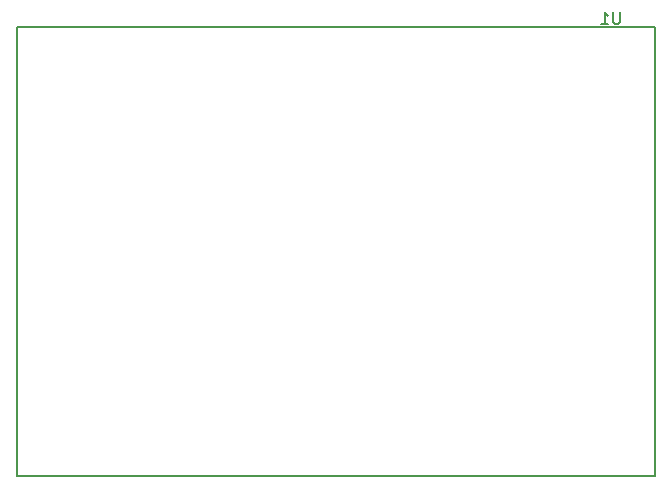
<source format=gbr>
%TF.GenerationSoftware,KiCad,Pcbnew,5.1.10*%
%TF.CreationDate,2022-03-18T21:46:21+01:00*%
%TF.ProjectId,ChickenDoor_V1,43686963-6b65-46e4-946f-6f725f56312e,V1*%
%TF.SameCoordinates,Original*%
%TF.FileFunction,Legend,Bot*%
%TF.FilePolarity,Positive*%
%FSLAX46Y46*%
G04 Gerber Fmt 4.6, Leading zero omitted, Abs format (unit mm)*
G04 Created by KiCad (PCBNEW 5.1.10) date 2022-03-18 21:46:21*
%MOMM*%
%LPD*%
G01*
G04 APERTURE LIST*
%ADD10C,0.127000*%
%ADD11C,0.150000*%
G04 APERTURE END LIST*
D10*
%TO.C,U1*%
X139595000Y-111075000D02*
X85595000Y-111075000D01*
X139595000Y-111075000D02*
X139595000Y-73075000D01*
X139595000Y-73075000D02*
X85595000Y-73075000D01*
X85595000Y-111075000D02*
X85595000Y-73075000D01*
D11*
X136651904Y-71842380D02*
X136651904Y-72651904D01*
X136604285Y-72747142D01*
X136556666Y-72794761D01*
X136461428Y-72842380D01*
X136270952Y-72842380D01*
X136175714Y-72794761D01*
X136128095Y-72747142D01*
X136080476Y-72651904D01*
X136080476Y-71842380D01*
X135080476Y-72842380D02*
X135651904Y-72842380D01*
X135366190Y-72842380D02*
X135366190Y-71842380D01*
X135461428Y-71985238D01*
X135556666Y-72080476D01*
X135651904Y-72128095D01*
%TD*%
M02*

</source>
